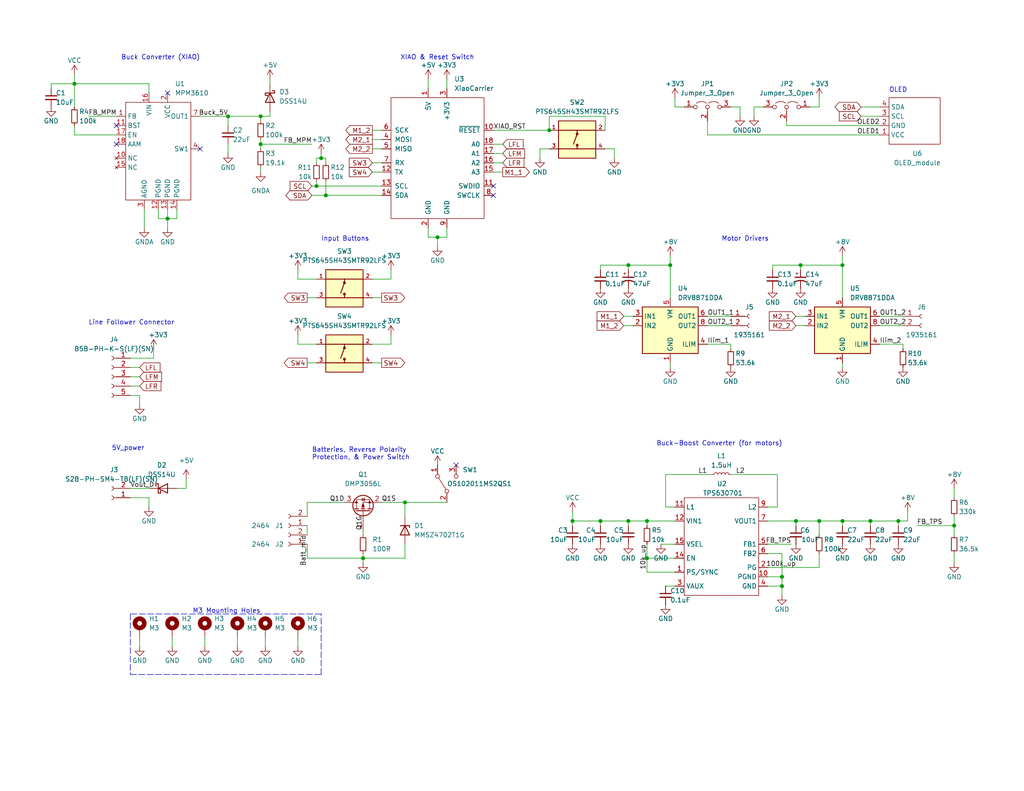
<source format=kicad_sch>
(kicad_sch (version 20211123) (generator eeschema)
  (paper "USLetter")
  (title_block (title "Destination Automation R4") (date "2023-03-21") (rev "03") (comment 1 "Madison Gleydura") (comment 2 "PROTOTYPE") (comment 3 "2023"))
  (lib_symbols
    (symbol "Connector:Conn_01x02_Female" (pin_names (offset 1.016) hide)
      (property "Reference" "J" (at 0 2.54 0))
      (property "Value" "Conn_01x02_Female" (at 0 -5.08 0))
      (symbol "Conn_01x02_Female_1_1"
        (pin passive line (at -5.08 0 0) (length 3.81) (name "Pin_1") (number "1"))
        (pin passive line (at -5.08 -2.54 0) (length 3.81) (name "Pin_2") (number "2"))
      )
    )
    (symbol "Connector:Conn_01x05_Female" (pin_names (offset 1.016) hide)
      (property "Reference" "J" (at 0 7.62 0))
      (property "Value" "Conn_01x05_Female" (at 0 -7.62 0))
      (symbol "Conn_01x05_Female_1_1"
        (pin passive line (at -5.08 5.08 0) (length 3.81) (name "Pin_1") (number "1"))
        (pin passive line (at -5.08 2.54 0) (length 3.81) (name "Pin_2") (number "2"))
        (pin passive line (at -5.08 0 0) (length 3.81) (name "Pin_3") (number "3"))
        (pin passive line (at -5.08 -2.54 0) (length 3.81) (name "Pin_4") (number "4"))
        (pin passive line (at -5.08 -5.08 0) (length 3.81) (name "Pin_5") (number "5"))
      )
    )
    (symbol "DS-connectors:OLED_module"
      (property "Reference" "U" (at 0 0 0))
      (property "Value" "OLED_module" (at 0 -1.27 0))
      (symbol "OLED_module_1_1"
        (pin power_in line (at -8.89 -13.97 0) (length 2.54) (name "VCC") (number "1"))
        (pin passive line (at -8.89 -11.43 0) (length 2.54) (name "GND") (number "2"))
        (pin input line (at -8.89 -8.89 0) (length 2.54) (name "SCL") (number "3"))
        (pin bidirectional line (at -8.89 -6.35 0) (length 2.54) (name "SDA") (number "4"))
      )
    )
    (symbol "DS-connectors:XiaoCarrier" (pin_names (offset 1.016))
      (property "Reference" "U" (at 0 0 0))
      (property "Value" "XiaoCarrier" (at 0 2.54 0))
      (symbol "XiaoCarrier_1_1"
        (pin power_in line (at -2.54 -8.89 270) (length 2.54) (name "5V") (number "1"))
        (pin input line (at 15.24 -20.32 180) (length 2.54) (name "~{RESET}") (number "10"))
        (pin bidirectional line (at 15.24 -35.56 180) (length 2.54) (name "SWDIO") (number "11"))
        (pin bidirectional line (at -15.24 -31.75 0) (length 2.54) (name "TX") (number "12"))
        (pin bidirectional line (at -15.24 -35.56 0) (length 2.54) (name "SCL") (number "13"))
        (pin bidirectional line (at -15.24 -38.1 0) (length 2.54) (name "SDA") (number "14"))
        (pin bidirectional line (at 15.24 -31.75 180) (length 2.54) (name "A3") (number "15"))
        (pin bidirectional line (at 15.24 -29.21 180) (length 2.54) (name "A2") (number "16"))
        (pin bidirectional line (at 15.24 -26.67 180) (length 2.54) (name "A1") (number "17"))
        (pin bidirectional line (at 15.24 -24.13 180) (length 2.54) (name "A0") (number "18"))
        (pin power_in line (at -2.54 -46.99 90) (length 2.54) (name "GND") (number "2"))
        (pin power_in line (at 2.54 -8.89 270) (length 2.54) (name "+3V3") (number "3"))
        (pin bidirectional line (at -15.24 -22.86 0) (length 2.54) (name "MOSI") (number "4"))
        (pin bidirectional line (at -15.24 -25.4 0) (length 2.54) (name "MISO") (number "5"))
        (pin bidirectional line (at -15.24 -20.32 0) (length 2.54) (name "SCK") (number "6"))
        (pin bidirectional line (at -15.24 -29.21 0) (length 2.54) (name "RX") (number "7"))
        (pin bidirectional line (at 15.24 -38.1 180) (length 2.54) (name "SWCLK") (number "8"))
        (pin power_in line (at 2.54 -46.99 90) (length 2.54) (name "GND") (number "9"))
      )
    )
    (symbol "DS-ics:MPM3610"
      (property "Reference" "U" (at 0 1.27 0))
      (property "Value" "MPM3610" (at 0 3.81 0))
      (symbol "MPM3610_1_1"
        (pin input line (at -11.43 -12.7 0) (length 2.54) (name "FB") (number "1"))
        (pin no_connect line (at -11.43 -24.13 0) (length 2.54) (name "NC") (number "10"))
        (pin input line (at -11.43 -15.24 0) (length 2.54) (name "BST") (number "11"))
        (pin passive line (at 0 -38.1 90) (length 2.54) (name "PGND") (number "12"))
        (pin passive line (at 2.54 -38.1 90) (length 2.54) (name "PGND") (number "13"))
        (pin passive line (at 5.08 -38.1 90) (length 2.54) (name "PGND") (number "14"))
        (pin no_connect line (at -11.43 -26.67 0) (length 2.54) (name "NC") (number "15"))
        (pin power_in line (at -2.54 -6.35 270) (length 2.54) (name "VIN") (number "16"))
        (pin input line (at -11.43 -17.78 0) (length 2.54) (name "EN") (number "17"))
        (pin input line (at -11.43 -20.32 0) (length 2.54) (name "AAM") (number "18"))
        (pin power_out line (at 2.54 -6.35 270) (length 2.54) (name "VCC") (number "2"))
        (pin passive line (at -3.81 -38.1 90) (length 2.54) (name "AGND") (number "3"))
        (pin output line (at 11.43 -21.59 180) (length 2.54) (name "SW1") (number "4"))
        (pin output line (at 11.43 -12.7 180) (length 2.54) (name "OUT1") (number "7"))
      )
    )
    (symbol "DS-power:PTS645SK50SMTR92LFS" (pin_names (offset 1.016))
      (property "Reference" "S" (at -4.5772 5.5944 0))
      (property "Value" "PTS645SK50SMTR92LFS" (at -5.0879 -7.3774 0))
      (symbol "PTS645SK50SMTR92LFS_0_0"
        (pin passive line (at -7.62 2.54 0) (length 2.54) (name "~") (number "1"))
        (pin passive line (at 7.62 2.54 180) (length 2.54) (name "~") (number "2"))
        (pin passive line (at -7.62 -2.54 0) (length 2.54) (name "~") (number "3"))
        (pin passive line (at 7.62 -2.54 180) (length 2.54) (name "~") (number "4"))
      )
    )
    (symbol "DS-power:TPS630701"
      (property "Reference" "U" (at 0 1.27 0))
      (property "Value" "TPS630701" (at 0 3.81 0))
      (symbol "TPS630701_1_1"
        (pin input line (at -12.7 -30.48 0) (length 2.54) (name "PS/SYNC") (number "1"))
        (pin passive line (at 12.7 -31.75 180) (length 2.54) (name "PGND") (number "10"))
        (pin input line (at -12.7 -12.7 0) (length 2.54) (name "L1") (number "11"))
        (pin power_in line (at -12.7 -16.51 0) (length 2.54) (name "VIN1") (number "12"))
        (pin input line (at -12.7 -26.67 0) (length 2.54) (name "EN") (number "14"))
        (pin input line (at -12.7 -22.86 0) (length 2.54) (name "VSEL") (number "15"))
        (pin output line (at 12.7 -29.21 180) (length 2.54) (name "PG") (number "2"))
        (pin input line (at -12.7 -34.29 0) (length 2.54) (name "VAUX") (number "3"))
        (pin passive line (at 12.7 -34.29 180) (length 2.54) (name "GND") (number "4"))
        (pin input line (at 12.7 -22.86 180) (length 2.54) (name "FB1") (number "5"))
        (pin input line (at 12.7 -25.4 180) (length 2.54) (name "FB2") (number "6"))
        (pin power_out line (at 12.7 -16.51 180) (length 2.54) (name "VOUT1") (number "7"))
        (pin input line (at 12.7 -12.7 180) (length 2.54) (name "L2") (number "9"))
      )
    )
    (symbol "Device:C_Polarized_Small_US" (pin_numbers hide) (pin_names (offset 0.254) hide)
      (property "Reference" "C" (at 0.254 1.778 0))
      (property "Value" "C_Polarized_Small_US" (at 0.254 -2.032 0))
      (symbol "C_Polarized_Small_US_1_1"
        (pin passive line (at 0 2.54 270) (length 2.032) (name "~") (number "1"))
        (pin passive line (at 0 -2.54 90) (length 2.032) (name "~") (number "2"))
      )
    )
    (symbol "Device:C_Small" (pin_numbers hide) (pin_names (offset 0.254) hide)
      (property "Reference" "C" (at 0.254 1.778 0))
      (property "Value" "C_Small" (at 0.254 -2.032 0))
      (symbol "C_Small_1_1"
        (pin passive line (at 0 2.54 270) (length 2.032) (name "~") (number "1"))
        (pin passive line (at 0 -2.54 90) (length 2.032) (name "~") (number "2"))
      )
    )
    (symbol "Device:D_Schottky" (pin_numbers hide) (pin_names (offset 1.016) hide)
      (property "Reference" "D" (at 0 2.54 0))
      (property "Value" "D_Schottky" (at 0 -2.54 0))
      (symbol "D_Schottky_1_1"
        (pin passive line (at -3.81 0 0) (length 2.54) (name "K") (number "1"))
        (pin passive line (at 3.81 0 180) (length 2.54) (name "A") (number "2"))
      )
    )
    (symbol "Device:D_Zener" (pin_numbers hide) (pin_names (offset 1.016) hide)
      (property "Reference" "D" (at 0 2.54 0))
      (property "Value" "D_Zener" (at 0 -2.54 0))
      (symbol "D_Zener_1_1"
        (pin passive line (at -3.81 0 0) (length 2.54) (name "K") (number "1"))
        (pin passive line (at 3.81 0 180) (length 2.54) (name "A") (number "2"))
      )
    )
    (symbol "Device:L_Small" (pin_numbers hide) (pin_names (offset 0.254) hide)
      (property "Reference" "L" (at 0.762 1.016 0))
      (property "Value" "L_Small" (at 0.762 -1.016 0))
      (symbol "L_Small_1_1"
        (pin passive line (at 0 2.54 270) (length 0.508) (name "~") (number "1"))
        (pin passive line (at 0 -2.54 90) (length 0.508) (name "~") (number "2"))
      )
    )
    (symbol "Device:Q_PMOS_GSD" (pin_names (offset 0) hide)
      (property "Reference" "Q" (at 5.08 1.27 0))
      (property "Value" "Q_PMOS_GSD" (at 5.08 -1.27 0))
      (symbol "Q_PMOS_GSD_1_1"
        (pin input line (at -5.08 0 0) (length 2.54) (name "G") (number "1"))
        (pin passive line (at 2.54 -5.08 90) (length 2.54) (name "S") (number "2"))
        (pin passive line (at 2.54 5.08 270) (length 2.54) (name "D") (number "3"))
      )
    )
    (symbol "Device:R_Small" (pin_numbers hide) (pin_names (offset 0.254) hide)
      (property "Reference" "R" (at 0.762 0.508 0))
      (property "Value" "R_Small" (at 0.762 -1.016 0))
      (symbol "R_Small_1_1"
        (pin passive line (at 0 2.54 270) (length 0.762) (name "~") (number "1"))
        (pin passive line (at 0 -2.54 90) (length 0.762) (name "~") (number "2"))
      )
    )
    (symbol "Driver_Motor:DRV8871DDA"
      (property "Reference" "U" (at -6.35 6.35 0))
      (property "Value" "DRV8871DDA" (at 8.89 6.35 0))
      (symbol "DRV8871DDA_1_1"
        (pin power_in line (at 0 -10.16 90) (length 2.54) (name "GND") (number "1"))
        (pin input line (at -10.16 0 0) (length 2.54) (name "IN2") (number "2"))
        (pin input line (at -10.16 2.54 0) (length 2.54) (name "IN1") (number "3"))
        (pin passive line (at 10.16 -5.08 180) (length 2.54) (name "ILIM") (number "4"))
        (pin power_in line (at 0 7.62 270) (length 2.54) (name "VM") (number "5"))
        (pin output line (at 10.16 2.54 180) (length 2.54) (name "OUT1") (number "6"))
        (pin passive line (at 0 -10.16 90) (length 2.54) hide (name "GND") (number "7"))
        (pin output line (at 10.16 0 180) (length 2.54) (name "OUT2") (number "8"))
        (pin passive line (at 0 -10.16 90) (length 2.54) hide (name "GND") (number "9"))
      )
    )
    (symbol "Jumper:Jumper_3_Open" (pin_names (offset 0) hide)
      (property "Reference" "JP" (at -2.54 -2.54 0))
      (property "Value" "Jumper_3_Open" (at 0 2.794 0))
      (symbol "Jumper_3_Open_1_1"
        (pin passive line (at -6.35 0 0) (length 2.54) (name "A") (number "1"))
        (pin passive line (at 0 -3.81 90) (length 2.54) (name "C") (number "2"))
        (pin passive line (at 6.35 0 180) (length 2.54) (name "B") (number "3"))
      )
    )
    (symbol "Jumper_3_Open_1" (pin_names (offset 0) hide)
      (property "Reference" "JP" (at -2.54 -2.54 0))
      (property "Value" "Jumper_3_Open_1" (at 0 2.794 0))
      (symbol "Jumper_3_Open_1_1_1"
        (pin passive line (at -6.35 0 0) (length 2.54) (name "A") (number "1"))
        (pin passive line (at 0 -3.81 90) (length 2.54) (name "C") (number "2"))
        (pin passive line (at 6.35 0 180) (length 2.54) (name "B") (number "3"))
      )
    )
    (symbol "Mechanical:MountingHole_Pad" (pin_numbers hide) (pin_names (offset 1.016) hide)
      (property "Reference" "H" (at 0 6.35 0))
      (property "Value" "MountingHole_Pad" (at 0 4.445 0))
      (symbol "MountingHole_Pad_1_1"
        (pin input line (at 0 -2.54 90) (length 2.54) (name "1") (number "1"))
      )
    )
    (symbol "Switch:SW_SPDT" (pin_names (offset 0) hide)
      (property "Reference" "SW" (at 0 4.318 0))
      (property "Value" "SW_SPDT" (at 0 -5.08 0))
      (symbol "SW_SPDT_1_1"
        (pin passive line (at 5.08 2.54 180) (length 2.54) (name "A") (number "1"))
        (pin passive line (at -5.08 0 0) (length 2.54) (name "B") (number "2"))
        (pin passive line (at 5.08 -2.54 180) (length 2.54) (name "C") (number "3"))
      )
    )
    (symbol "power:+3V3" (power) (pin_names (offset 0))
      (property "Value" "+3V3" (at 0 3.556 0))
      (symbol "+3V3_1_1"
        (pin power_in line (at 0 0 90) (length 0) hide (name "+3V3") (number "1"))
      )
    )
    (symbol "power:+5V" (power) (pin_names (offset 0))
      (property "Value" "+5V" (at 0 3.556 0))
      (symbol "+5V_1_1"
        (pin power_in line (at 0 0 90) (length 0) hide (name "+5V") (number "1"))
      )
    )
    (symbol "power:+8V" (power) (pin_names (offset 0))
      (property "Value" "+8V" (at 0 3.556 0))
      (symbol "+8V_1_1"
        (pin power_in line (at 0 0 90) (length 0) hide (name "+8V") (number "1"))
      )
    )
    (symbol "power:GND" (power) (pin_names (offset 0))
      (property "Value" "GND" (at 0 -3.81 0))
      (symbol "GND_1_1"
        (pin power_in line (at 0 0 270) (length 0) hide (name "GND") (number "1"))
      )
    )
    (symbol "power:GNDA" (power) (pin_names (offset 0))
      (property "Value" "GNDA" (at 0 -3.81 0))
      (symbol "GNDA_1_1"
        (pin power_in line (at 0 0 270) (length 0) hide (name "GNDA") (number "1"))
      )
    )
    (symbol "power:VCC" (power) (pin_names (offset 0))
      (property "Value" "VCC" (at 0 3.81 0))
      (symbol "VCC_1_1"
        (pin power_in line (at 0 0 90) (length 0) hide (name "VCC") (number "1"))
      )
    )
  )
  (junction (at 213.36 157.48))
  (junction (at 45.72 59.69))
  (junction (at 119.38 64.77))
  (junction (at 229.87 72.39))
  (junction (at 245.11 142.24))
  (junction (at 171.45 142.24))
  (junction (at 156.21 142.24))
  (junction (at 223.52 142.24))
  (junction (at 217.17 142.24))
  (junction (at 71.12 31.75))
  (junction (at 87.63 43.18))
  (junction (at 110.49 137.16))
  (junction (at 88.9 53.34))
  (junction (at 86.36 50.8))
  (junction (at 213.36 160.02))
  (junction (at 218.44 72.39))
  (junction (at 99.06 152.4))
  (junction (at 182.88 72.39))
  (junction (at 260.35 143.51))
  (junction (at 237.49 142.24))
  (junction (at 149.86 35.56))
  (junction (at 176.53 152.4))
  (junction (at 71.12 39.37))
  (junction (at 62.23 31.75))
  (junction (at 176.53 142.24))
  (junction (at 20.32 22.86))
  (junction (at 163.83 142.24))
  (junction (at 171.45 72.39))
  (junction (at 229.87 142.24))
  (no_connect (at 54.61 40.64))
  (no_connect (at 31.75 34.29))
  (no_connect (at 45.72 25.4))
  (no_connect (at 31.75 39.37))
  (no_connect (at 124.46 127))
  (no_connect (at 134.62 53.34))
  (no_connect (at 134.62 50.8))
  (wire (pts (xy 229.87 142.24) (xy 229.87 143.51)))
  (wire (pts (xy 88.9 43.18) (xy 87.63 43.18)))
  (wire (pts (xy 240.03 31.75) (xy 234.95 31.75)))
  (wire (pts (xy 88.9 44.45) (xy 88.9 43.18)))
  (wire (pts (xy 184.15 152.4) (xy 176.53 152.4)))
  (wire (pts (xy 104.14 38.1) (xy 101.6 38.1)))
  (wire (pts (xy 176.53 156.21) (xy 176.53 152.4)))
  (wire (pts (xy 156.21 139.7) (xy 156.21 142.24)))
  (wire (pts (xy 99.06 152.4) (xy 83.82 152.4)))
  (wire (pts (xy 167.64 43.18) (xy 167.64 40.64)))
  (wire (pts (xy 62.23 31.75) (xy 62.23 34.29)))
  (wire (pts (xy 212.09 129.54) (xy 212.09 138.43)))
  (wire (pts (xy 199.39 129.54) (xy 212.09 129.54)))
  (wire (pts (xy 223.52 142.24) (xy 229.87 142.24)))
  (wire (pts (xy 223.52 142.24) (xy 223.52 146.05)))
  (wire (pts (xy 40.64 22.86) (xy 40.64 25.4)))
  (wire (pts (xy 71.12 38.1) (xy 71.12 39.37)))
  (wire (pts (xy 260.35 133.35) (xy 260.35 135.89)))
  (wire (pts (xy 193.04 86.36) (xy 199.39 86.36)))
  (wire (pts (xy 172.72 88.9) (xy 170.18 88.9)))
  (wire (pts (xy 46.99 173.99) (xy 46.99 176.53)))
  (wire (pts (xy 205.74 31.75) (xy 205.74 29.21)))
  (wire (pts (xy 121.92 64.77) (xy 121.92 62.23)))
  (wire (pts (xy 163.83 142.24) (xy 163.83 143.51)))
  (wire (pts (xy 104.14 40.64) (xy 101.6 40.64)))
  (polyline (pts (xy 87.63 167.64) (xy 35.56 167.64)))
  (wire (pts (xy 229.87 142.24) (xy 237.49 142.24)))
  (wire (pts (xy 64.77 173.99) (xy 64.77 176.53)))
  (wire (pts (xy 240.03 34.29) (xy 214.63 34.29)))
  (polyline (pts (xy 35.56 167.64) (xy 35.56 184.15)))
  (wire (pts (xy 99.06 153.67) (xy 99.06 152.4)))
  (wire (pts (xy 110.49 137.16) (xy 121.92 137.16)))
  (wire (pts (xy 213.36 162.56) (xy 213.36 160.02)))
  (wire (pts (xy 184.15 138.43) (xy 181.61 138.43)))
  (polyline (pts (xy 35.56 184.15) (xy 87.63 184.15)))
  (wire (pts (xy 181.61 160.02) (xy 184.15 160.02)))
  (wire (pts (xy 81.28 173.99) (xy 81.28 176.53)))
  (wire (pts (xy 99.06 152.4) (xy 99.06 151.13)))
  (wire (pts (xy 104.14 137.16) (xy 110.49 137.16)))
  (wire (pts (xy 210.82 72.39) (xy 210.82 73.66)))
  (wire (pts (xy 81.28 73.66) (xy 81.28 76.2)))
  (wire (pts (xy 134.62 35.56) (xy 149.86 35.56)))
  (wire (pts (xy 237.49 142.24) (xy 245.11 142.24)))
  (wire (pts (xy 40.64 138.43) (xy 40.64 135.89)))
  (wire (pts (xy 50.8 130.81) (xy 50.8 133.35)))
  (wire (pts (xy 71.12 40.64) (xy 71.12 39.37)))
  (wire (pts (xy 229.87 72.39) (xy 229.87 81.28)))
  (wire (pts (xy 38.1 173.99) (xy 38.1 176.53)))
  (wire (pts (xy 54.61 31.75) (xy 62.23 31.75)))
  (wire (pts (xy 88.9 53.34) (xy 104.14 53.34)))
  (wire (pts (xy 50.8 133.35) (xy 48.26 133.35)))
  (wire (pts (xy 214.63 34.29) (xy 214.63 33.02)))
  (wire (pts (xy 246.38 93.98) (xy 246.38 95.25)))
  (wire (pts (xy 213.36 160.02) (xy 213.36 157.48)))
  (wire (pts (xy 212.09 138.43) (xy 209.55 138.43)))
  (wire (pts (xy 165.1 31.75) (xy 165.1 35.56)))
  (wire (pts (xy 88.9 49.53) (xy 88.9 53.34)))
  (wire (pts (xy 116.84 64.77) (xy 119.38 64.77)))
  (wire (pts (xy 209.55 154.94) (xy 223.52 154.94)))
  (wire (pts (xy 193.04 88.9) (xy 199.39 88.9)))
  (wire (pts (xy 171.45 142.24) (xy 171.45 143.51)))
  (wire (pts (xy 199.39 93.98) (xy 199.39 95.25)))
  (wire (pts (xy 81.28 76.2) (xy 86.36 76.2)))
  (wire (pts (xy 119.38 64.77) (xy 119.38 67.31)))
  (wire (pts (xy 71.12 31.75) (xy 62.23 31.75)))
  (wire (pts (xy 205.74 29.21) (xy 208.28 29.21)))
  (wire (pts (xy 209.55 157.48) (xy 213.36 157.48)))
  (wire (pts (xy 99.06 144.78) (xy 99.06 146.05)))
  (wire (pts (xy 201.93 29.21) (xy 199.39 29.21)))
  (wire (pts (xy 41.91 97.79) (xy 35.56 97.79)))
  (wire (pts (xy 35.56 102.87) (xy 38.1 102.87)))
  (wire (pts (xy 45.72 59.69) (xy 48.26 59.69)))
  (wire (pts (xy 121.92 21.59) (xy 121.92 24.13)))
  (wire (pts (xy 156.21 142.24) (xy 163.83 142.24)))
  (wire (pts (xy 55.88 173.99) (xy 55.88 176.53)))
  (wire (pts (xy 101.6 46.99) (xy 104.14 46.99)))
  (wire (pts (xy 147.32 43.18) (xy 147.32 40.64)))
  (wire (pts (xy 73.66 31.75) (xy 71.12 31.75)))
  (wire (pts (xy 156.21 142.24) (xy 156.21 143.51)))
  (wire (pts (xy 218.44 72.39) (xy 229.87 72.39)))
  (wire (pts (xy 40.64 135.89) (xy 35.56 135.89)))
  (wire (pts (xy 176.53 142.24) (xy 176.53 143.51)))
  (wire (pts (xy 13.97 22.86) (xy 20.32 22.86)))
  (wire (pts (xy 147.32 40.64) (xy 149.86 40.64)))
  (wire (pts (xy 101.6 44.45) (xy 104.14 44.45)))
  (wire (pts (xy 182.88 69.85) (xy 182.88 72.39)))
  (wire (pts (xy 35.56 107.95) (xy 38.1 107.95)))
  (wire (pts (xy 116.84 62.23) (xy 116.84 64.77)))
  (wire (pts (xy 193.04 93.98) (xy 199.39 93.98)))
  (wire (pts (xy 106.68 91.44) (xy 106.68 93.98)))
  (wire (pts (xy 71.12 45.72) (xy 71.12 46.99)))
  (wire (pts (xy 229.87 69.85) (xy 229.87 72.39)))
  (wire (pts (xy 209.55 160.02) (xy 213.36 160.02)))
  (wire (pts (xy 40.64 22.86) (xy 20.32 22.86)))
  (wire (pts (xy 134.62 39.37) (xy 137.16 39.37)))
  (wire (pts (xy 247.65 139.7) (xy 247.65 142.24)))
  (wire (pts (xy 40.64 133.35) (xy 35.56 133.35)))
  (wire (pts (xy 110.49 152.4) (xy 110.49 148.59)))
  (wire (pts (xy 260.35 146.05) (xy 260.35 143.51)))
  (wire (pts (xy 71.12 39.37) (xy 85.09 39.37)))
  (wire (pts (xy 234.95 29.21) (xy 240.03 29.21)))
  (wire (pts (xy 86.36 50.8) (xy 104.14 50.8)))
  (wire (pts (xy 167.64 40.64) (xy 165.1 40.64)))
  (wire (pts (xy 48.26 59.69) (xy 48.26 57.15)))
  (wire (pts (xy 24.13 31.75) (xy 31.75 31.75)))
  (wire (pts (xy 213.36 151.13) (xy 213.36 157.48)))
  (wire (pts (xy 85.09 53.34) (xy 88.9 53.34)))
  (wire (pts (xy 223.52 151.13) (xy 223.52 154.94)))
  (wire (pts (xy 72.39 173.99) (xy 72.39 176.53)))
  (wire (pts (xy 20.32 20.32) (xy 20.32 22.86)))
  (wire (pts (xy 101.6 93.98) (xy 106.68 93.98)))
  (wire (pts (xy 209.55 142.24) (xy 217.17 142.24)))
  (wire (pts (xy 217.17 142.24) (xy 217.17 143.51)))
  (wire (pts (xy 181.61 138.43) (xy 181.61 129.54)))
  (wire (pts (xy 182.88 100.33) (xy 182.88 99.06)))
  (wire (pts (xy 245.11 142.24) (xy 247.65 142.24)))
  (wire (pts (xy 35.56 105.41) (xy 38.1 105.41)))
  (wire (pts (xy 184.15 26.67) (xy 184.15 29.21)))
  (wire (pts (xy 31.75 36.83) (xy 20.32 36.83)))
  (wire (pts (xy 85.09 50.8) (xy 86.36 50.8)))
  (wire (pts (xy 149.86 35.56) (xy 149.86 31.75)))
  (wire (pts (xy 184.15 156.21) (xy 176.53 156.21)))
  (wire (pts (xy 176.53 152.4) (xy 176.53 148.59)))
  (wire (pts (xy 171.45 72.39) (xy 182.88 72.39)))
  (wire (pts (xy 106.68 73.66) (xy 106.68 76.2)))
  (wire (pts (xy 260.35 140.97) (xy 260.35 143.51)))
  (wire (pts (xy 250.19 143.51) (xy 260.35 143.51)))
  (wire (pts (xy 217.17 142.24) (xy 223.52 142.24)))
  (wire (pts (xy 83.82 146.05) (xy 83.82 143.51)))
  (wire (pts (xy 45.72 57.15) (xy 45.72 59.69)))
  (wire (pts (xy 99.06 152.4) (xy 110.49 152.4)))
  (wire (pts (xy 171.45 72.39) (xy 163.83 72.39)))
  (wire (pts (xy 219.71 88.9) (xy 217.17 88.9)))
  (polyline (pts (xy 87.63 184.15) (xy 87.63 167.64)))
  (wire (pts (xy 134.62 41.91) (xy 137.16 41.91)))
  (wire (pts (xy 110.49 140.97) (xy 110.49 137.16)))
  (wire (pts (xy 87.63 41.91) (xy 87.63 43.18)))
  (wire (pts (xy 45.72 59.69) (xy 45.72 62.23)))
  (wire (pts (xy 240.03 88.9) (xy 246.38 88.9)))
  (wire (pts (xy 116.84 21.59) (xy 116.84 24.13)))
  (wire (pts (xy 172.72 86.36) (xy 170.18 86.36)))
  (wire (pts (xy 134.62 46.99) (xy 137.16 46.99)))
  (wire (pts (xy 38.1 107.95) (xy 38.1 110.49)))
  (wire (pts (xy 101.6 99.06) (xy 104.14 99.06)))
  (wire (pts (xy 176.53 142.24) (xy 184.15 142.24)))
  (wire (pts (xy 223.52 29.21) (xy 220.98 29.21)))
  (wire (pts (xy 119.38 64.77) (xy 121.92 64.77)))
  (wire (pts (xy 223.52 26.67) (xy 223.52 29.21)))
  (wire (pts (xy 87.63 43.18) (xy 86.36 43.18)))
  (wire (pts (xy 20.32 22.86) (xy 20.32 29.21)))
  (wire (pts (xy 83.82 137.16) (xy 93.98 137.16)))
  (wire (pts (xy 180.34 148.59) (xy 184.15 148.59)))
  (wire (pts (xy 229.87 100.33) (xy 229.87 99.06)))
  (wire (pts (xy 149.86 31.75) (xy 165.1 31.75)))
  (wire (pts (xy 83.82 81.28) (xy 86.36 81.28)))
  (wire (pts (xy 219.71 86.36) (xy 217.17 86.36)))
  (wire (pts (xy 182.88 72.39) (xy 182.88 81.28)))
  (wire (pts (xy 218.44 72.39) (xy 210.82 72.39)))
  (wire (pts (xy 13.97 24.13) (xy 13.97 22.86)))
  (wire (pts (xy 86.36 49.53) (xy 86.36 50.8)))
  (wire (pts (xy 134.62 44.45) (xy 137.16 44.45)))
  (wire (pts (xy 260.35 151.13) (xy 260.35 153.67)))
  (wire (pts (xy 101.6 81.28) (xy 104.14 81.28)))
  (wire (pts (xy 193.04 33.02) (xy 193.04 36.83)))
  (wire (pts (xy 73.66 21.59) (xy 73.66 22.86)))
  (wire (pts (xy 163.83 142.24) (xy 171.45 142.24)))
  (wire (pts (xy 209.55 151.13) (xy 213.36 151.13)))
  (wire (pts (xy 171.45 142.24) (xy 176.53 142.24)))
  (wire (pts (xy 237.49 142.24) (xy 237.49 143.51)))
  (wire (pts (xy 209.55 148.59) (xy 215.9 148.59)))
  (wire (pts (xy 163.83 72.39) (xy 163.83 73.66)))
  (wire (pts (xy 101.6 76.2) (xy 106.68 76.2)))
  (wire (pts (xy 71.12 33.02) (xy 71.12 31.75)))
  (wire (pts (xy 181.61 129.54) (xy 194.31 129.54)))
  (wire (pts (xy 35.56 100.33) (xy 38.1 100.33)))
  (wire (pts (xy 20.32 36.83) (xy 20.32 34.29)))
  (wire (pts (xy 39.37 57.15) (xy 39.37 62.23)))
  (wire (pts (xy 240.03 86.36) (xy 246.38 86.36)))
  (wire (pts (xy 83.82 137.16) (xy 83.82 140.97)))
  (wire (pts (xy 104.14 35.56) (xy 101.6 35.56)))
  (wire (pts (xy 81.28 91.44) (xy 81.28 93.98)))
  (wire (pts (xy 43.18 57.15) (xy 43.18 59.69)))
  (wire (pts (xy 201.93 31.75) (xy 201.93 29.21)))
  (wire (pts (xy 73.66 30.48) (xy 73.66 31.75)))
  (wire (pts (xy 43.18 59.69) (xy 45.72 59.69)))
  (wire (pts (xy 171.45 72.39) (xy 171.45 73.66)))
  (wire (pts (xy 86.36 43.18) (xy 86.36 44.45)))
  (wire (pts (xy 62.23 39.37) (xy 62.23 41.91)))
  (wire (pts (xy 240.03 93.98) (xy 246.38 93.98)))
  (wire (pts (xy 83.82 99.06) (xy 86.36 99.06)))
  (wire (pts (xy 81.28 93.98) (xy 86.36 93.98)))
  (wire (pts (xy 218.44 72.39) (xy 218.44 73.66)))
  (wire (pts (xy 193.04 36.83) (xy 240.03 36.83)))
  (wire (pts (xy 245.11 142.24) (xy 245.11 143.51)))
  (wire (pts (xy 184.15 29.21) (xy 186.69 29.21)))
  (wire (pts (xy 41.91 95.25) (xy 41.91 97.79)))
  (wire (pts (xy 83.82 148.59) (xy 83.82 152.4)))
  (text "Buck-Boost Converter (for motors)" (at 179.07 121.92 0) (effects (font (size 1.27 1.27)) (justify left bottom)))
  (text "Input Buttons" (at 87.63 66.04 0) (effects (font (size 1.27 1.27)) (justify left bottom)))
  (text "XIAO & Reset Switch" (at 109.22 16.51 0) (effects (font (size 1.27 1.27)) (justify left bottom)))
  (text "Buck Converter (XIAO)" (at 33.02 16.51 0) (effects (font (size 1.27 1.27)) (justify left bottom)))
  (text "5V_power" (at 30.48 123.19 0) (effects (font (size 1.27 1.27)) (justify left bottom)))
  (text "M3 Mounting Holes" (at 71.12 167.64 180) (effects (font (size 1.27 1.27)) (justify right bottom)))
  (text "Line Follower Connector" (at 24.13 88.9 0) (effects (font (size 1.27 1.27)) (justify left bottom)))
  (text "OLED" (at 242.57 25.4 0) (effects (font (size 1.27 1.27)) (justify left bottom)))
  (text "Motor Drivers" (at 196.85 66.04 0) (effects (font (size 1.27 1.27)) (justify left bottom)))
  (text "Batteries, Reverse Polarity \nProtection, & Power Switch" (at 85.09 125.73 0) (effects (font (size 1.27 1.27)) (justify left bottom)))
  (label "Q1S" (at 104.14 137.16 0))
  (label "FB_MPM" (at 24.13 31.75 0))
  (label "FB_TPS" (at 215.9 148.59 180))
  (label "10k_up" (at 176.53 148.59 270))
  (label "Buck_5V" (at 62.23 31.75 180))
  (label "OUT2_1" (at 193.04 88.9 0))
  (label "OLED2" (at 240.03 34.29 180))
  (label "FB_MPM" (at 85.09 39.37 180))
  (label "Q1G" (at 99.06 144.78 90))
  (label "Vout_D" (at 35.56 133.35 0))
  (label "OLED1" (at 240.03 36.83 180))
  (label "OUT1_1" (at 193.04 86.36 0))
  (label "OUT1_2" (at 240.03 86.36 0))
  (label "XIAO_RST" (at 134.62 35.56 0))
  (label "Ilim_1" (at 193.04 93.98 0))
  (label "L1" (at 190.5 129.54 0))
  (label "Batt_mid" (at 83.82 146.05 270))
  (label "Ilim_2" (at 240.03 93.98 0))
  (label "OUT2_2" (at 240.03 88.9 0))
  (label "100k_up" (at 217.17 154.94 180))
  (label "Q1D" (at 93.98 137.16 180))
  (label "L2" (at 203.2 129.54 180))
  (label "FB_TPS" (at 250.19 143.51 0))
  (global_label "M1_1" (shape output) (at 137.16 46.99 0) (property "Intersheet References" "${INTERSHEET_REFS}" (effects hide)))
  (global_label "M1_2" (shape output) (at 101.6 35.56 180) (property "Intersheet References" "${INTERSHEET_REFS}" (effects hide)))
  (global_label "SW4" (shape output) (at 83.82 99.06 180) (property "Intersheet References" "${INTERSHEET_REFS}" (effects hide)))
  (global_label "SW4" (shape input) (at 101.6 46.99 180) (property "Intersheet References" "${INTERSHEET_REFS}" (effects hide)))
  (global_label "LFM" (shape input) (at 38.1 102.87 0) (property "Intersheet References" "${INTERSHEET_REFS}" (effects hide)))
  (global_label "SDA" (shape bidirectional) (at 85.09 53.34 180) (property "Intersheet References" "${INTERSHEET_REFS}" (effects hide)))
  (global_label "SW3" (shape output) (at 104.14 81.28 0) (property "Intersheet References" "${INTERSHEET_REFS}" (effects hide)))
  (global_label "M2_1" (shape input) (at 217.17 86.36 180) (property "Intersheet References" "${INTERSHEET_REFS}" (effects hide)))
  (global_label "SDA" (shape bidirectional) (at 234.95 29.21 180) (property "Intersheet References" "${INTERSHEET_REFS}" (effects hide)))
  (global_label "LFM" (shape input) (at 137.16 41.91 0) (property "Intersheet References" "${INTERSHEET_REFS}" (effects hide)))
  (global_label "M1_2" (shape input) (at 170.18 88.9 180) (property "Intersheet References" "${INTERSHEET_REFS}" (effects hide)))
  (global_label "M2_2" (shape input) (at 217.17 88.9 180) (property "Intersheet References" "${INTERSHEET_REFS}" (effects hide)))
  (global_label "LFL" (shape input) (at 38.1 100.33 0) (property "Intersheet References" "${INTERSHEET_REFS}" (effects hide)))
  (global_label "M2_1" (shape output) (at 101.6 38.1 180) (property "Intersheet References" "${INTERSHEET_REFS}" (effects hide)))
  (global_label "M2_2" (shape output) (at 101.6 40.64 180) (property "Intersheet References" "${INTERSHEET_REFS}" (effects hide)))
  (global_label "SW3" (shape input) (at 101.6 44.45 180) (property "Intersheet References" "${INTERSHEET_REFS}" (effects hide)))
  (global_label "SW4" (shape output) (at 104.14 99.06 0) (property "Intersheet References" "${INTERSHEET_REFS}" (effects hide)))
  (global_label "LFL" (shape input) (at 137.16 39.37 0) (property "Intersheet References" "${INTERSHEET_REFS}" (effects hide)))
  (global_label "LFR" (shape input) (at 38.1 105.41 0) (property "Intersheet References" "${INTERSHEET_REFS}" (effects hide)))
  (global_label "LFR" (shape input) (at 137.16 44.45 0) (property "Intersheet References" "${INTERSHEET_REFS}" (effects hide)))
  (global_label "SCL" (shape input) (at 85.09 50.8 180) (property "Intersheet References" "${INTERSHEET_REFS}" (effects hide)))
  (global_label "M1_1" (shape input) (at 170.18 86.36 180) (property "Intersheet References" "${INTERSHEET_REFS}" (effects hide)))
  (global_label "SW3" (shape output) (at 83.82 81.28 180) (property "Intersheet References" "${INTERSHEET_REFS}" (effects hide)))
  (global_label "SCL" (shape input) (at 234.95 31.75 180) (property "Intersheet References" "${INTERSHEET_REFS}" (effects hide)))
  (symbol (lib_id "power:GND") (at 182.88 100.33 0) (unit 1)
    (property "Reference" "#PWR0124" (effects hide))
    (property "Value" "GND" (at 182.88 104.14 0))
  )
  (symbol (lib_id "Device:R_Small") (at 176.53 146.05 0) (unit 1)
    (property "Reference" "R5" (at 177.8 144.78 0) (effects (justify left)))
    (property "Value" "10k" (at 177.8 147.32 0) (effects (justify left)))
    (property "Footprint" "Resistor_SMD:R_0603_1608Metric" (effects hide))
    (property "Datasheet" "https://www.vishay.com/docs/20035/dcrcwe3.pdf" (effects hide))
    (property "Manufacturer" "Vishay Dale" (effects hide))
    (property "mpn" "CRCW060310K0JNEB" (effects hide))
    (property "Datasheet alt" "https://s3.amazonaws.com/devpublic1/datasheets/Panasonic_TF_Resistors.pdf" (effects hide))
    (property "Manufacturer alt" "Panasonic" (effects hide))
    (property "mpn alt" "MF-RES-0603-10K" (effects hide))
    (property "populate" "1" (effects hide))
  )
  (symbol (lib_id "Mechanical:MountingHole_Pad") (at 38.1 171.45 0) (unit 1)
    (property "Reference" "H1" (at 40.64 168.9099 0) (effects (justify left)))
    (property "Value" "M3" (at 40.64 171.4499 0) (effects (justify left)))
    (property "Footprint" "MountingHole:MountingHole_3.2mm_M3_DIN965_Pad" (effects hide))
    (property "populate" "0" (effects hide))
  )
  (symbol (lib_id "DS-power:TPS630701") (at 196.85 125.73 0) (unit 1)
    (property "Reference" "U2" (at 195.58 132.08 0) (effects (justify left)))
    (property "Value" "TPS630701" (at 191.77 134.62 0) (effects (justify left)))
    (property "Footprint" "DS-power:RNM0015A" (effects hide))
    (property "Datasheet" "https://www.ti.com/general/docs/suppproductinfo.tsp?distId=10&gotoUrl=http%253A%252F%252Fwww.ti.com%252Flit%252Fgpn%252Ftps63070" (effects hide))
    (property "Manufacturer" "Texas Instruments" (effects hide))
    (property "mpn" "TPS63070RNMR" (effects hide))
    (property "populate" "1" (effects hide))
  )
  (symbol (lib_id "power:GND") (at 217.17 148.59 0) (unit 1)
    (property "Reference" "#PWR0123" (effects hide))
    (property "Value" "GND" (at 217.17 152.4 0))
  )
  (symbol (lib_id "power:GND") (at 245.11 148.59 0) (unit 1)
    (property "Reference" "#PWR0131" (effects hide))
    (property "Value" "GND" (at 245.11 152.4 0))
  )
  (symbol (lib_id "Device:R_Small") (at 86.36 46.99 0) (mirror y) (unit 1)
    (property "Reference" "R11" (at 85.09 45.72 0) (effects (justify left)))
    (property "Value" "10k" (at 85.09 48.26 0) (effects (justify left)))
    (property "Footprint" "Resistor_SMD:R_0603_1608Metric" (effects hide))
    (property "Datasheet" "https://www.vishay.com/docs/20035/dcrcwe3.pdf" (effects hide))
    (property "Manufacturer" "Vishay Dale" (effects hide))
    (property "mpn" "CRCW060310K0JNEB" (effects hide))
    (property "Datasheet alt" "https://s3.amazonaws.com/devpublic1/datasheets/Panasonic_TF_Resistors.pdf" (effects hide))
    (property "Manufacturer alt" "Panasonic" (effects hide))
    (property "mpn alt" "MF-RES-0603-10K" (effects hide))
    (property "populate" "1" (effects hide))
  )
  (symbol (lib_id "Device:D_Schottky") (at 73.66 26.67 270) (unit 1)
    (property "Reference" "D3" (at 76.2 25.0824 90) (effects (justify left)))
    (property "Value" "DSS14U" (at 76.2 27.6224 90) (effects (justify left)))
    (property "Footprint" "Diode_SMD:D_SOD-123F" (effects hide))
    (property "Datasheet" "https://www.smc-diodes.com/propdf/DSS12U%20THRU%20DSS125U%20N1873%20REV.A.pdf" (effects hide))
    (property "Manufacturer" "SMC Diode Solutions" (effects hide))
    (property "mpn" "DSS14U" (effects hide))
    (property "populate" "1" (effects hide))
  )
  (symbol (lib_id "power:GND") (at 210.82 78.74 0) (unit 1)
    (property "Reference" "#PWR0148" (effects hide))
    (property "Value" "GND" (at 210.82 82.55 0))
  )
  (symbol (lib_id "Device:C_Polarized_Small_US") (at 218.44 76.2 0) (unit 1)
    (property "Reference" "C14" (at 219.71 74.93 0) (effects (justify left)))
    (property "Value" "47uF" (at 219.71 77.47 0) (effects (justify left)))
    (property "Footprint" "Capacitor_SMD:CP_Elec_6.3x7.7" (effects hide))
    (property "Datasheet" "https://connect.kemet.com:7667/gateway/IntelliData-ComponentDocumentation/1.0/download/datasheet/EDK476M035A9GAA" (effects hide))
    (property "Manufacturer" "Kemet" (effects hide))
    (property "mpn" "EDK476M035A9GAA" (effects hide))
    (property "Datasheet alt" "https://s3.amazonaws.com/devpublic1/datasheets/ABA0000CE115-68351.pdf" (effects hide))
    (property "Manufacturer alt" "Panasonic" (effects hide))
    (property "mpn alt" "MF-CAP-6.3MM-47uF" (effects hide))
    (property "populate" "1" (effects hide))
  )
  (symbol (lib_id "DS-connectors:XiaoCarrier") (at 119.38 15.24 0) (unit 1)
    (property "Reference" "U3" (at 123.9394 21.59 0) (effects (justify left)))
    (property "Value" "XiaoCarrier" (at 123.9394 24.13 0) (effects (justify left)))
    (property "Footprint" "DS-connectors:XiaoCarrier" (effects hide))
    (property "Manufacturer" "Seeed Technology Co., Ltd" (effects hide))
    (property "mpn" "102010328" (effects hide))
    (property "populate" "0" (effects hide))
  )
  (symbol (lib_id "DS-power:PTS645SK50SMTR92LFS") (at 157.48 38.1 0) (unit 1)
    (property "Reference" "SW2" (at 157.48 27.94 0))
    (property "Value" "PTS645SH43SMTR92LFS" (at 157.48 30.48 0))
    (property "Footprint" "MF_Switches:MF_Switches-TACT6MM" (effects hide))
    (property "Datasheet" "https://www.ckswitches.com/media/1471/pts645.pdf" (effects hide))
    (property "Manufacturer" "C&K" (effects hide))
    (property "mpn" "PTS645SH43SMTR92LFS" (effects hide))
    (property "Datasheet alt" "https://s3.amazonaws.com/devpublic1/datasheets/PTS645_9sept14-24999.pdf" (effects hide))
    (property "Manufacturer alt" "C&K" (effects hide))
    (property "mpn alt" "MF-SW-TACT-6MM" (effects hide))
    (property "populate" "1" (effects hide))
  )
  (symbol (lib_id "DS-ics:MPM3610") (at 43.18 19.05 0) (unit 1)
    (property "Reference" "U1" (at 47.7394 22.86 0) (effects (justify left)))
    (property "Value" "MPM3610" (at 47.7394 25.4 0) (effects (justify left)))
    (property "Footprint" "DS-power:MPM3610" (effects hide))
    (property "Datasheet" "https://www.monolithicpower.com/en/documentview/productdocument/index/version/2/document_type/datasheet/lang/en/sku/MPM3610GQV-Z/document_id/2090" (effects hide))
    (property "Manufacturer" "Monolithic Power Systems Inc." (effects hide))
    (property "mpn" "MPM3610GQV-P" (effects hide))
    (property "populate" "1" (effects hide))
  )
  (symbol (lib_id "power:VCC") (at 156.21 139.7 0) (unit 1)
    (property "Reference" "#PWR0109" (effects hide))
    (property "Value" "VCC" (at 156.21 135.89 0))
  )
  (symbol (lib_id "power:GND") (at 180.34 148.59 0) (unit 1)
    (property "Reference" "#PWR0120" (effects hide))
    (property "Value" "GND" (at 180.34 152.4 0))
  )
  (symbol (lib_id "power:GND") (at 13.97 29.21 0) (unit 1)
    (property "Reference" "#PWR0143" (effects hide))
    (property "Value" "GND" (at 13.97 33.02 0))
  )
  (symbol (lib_id "power:GND") (at 205.74 31.75 0) (unit 1)
    (property "Reference" "#PWR0108" (effects hide))
    (property "Value" "GND" (at 205.74 35.56 0))
  )
  (symbol (lib_id "power:GND") (at 156.21 148.59 0) (unit 1)
    (property "Reference" "#PWR0138" (effects hide))
    (property "Value" "GND" (at 156.21 152.4 0))
  )
  (symbol (lib_id "Device:C_Small") (at 245.11 146.05 0) (unit 1)
    (property "Reference" "C9" (at 246.38 144.78 0) (effects (justify left)))
    (property "Value" "22uF" (at 246.38 147.32 0) (effects (justify left)))
    (property "Footprint" "Capacitor_SMD:C_0805_2012Metric" (effects hide))
    (property "Datasheet" "https://product.tdk.com/system/files/dam/doc/product/capacitor/ceramic/mlcc/catalog/mlcc_commercial_general_en.pdf" (effects hide))
    (property "Manufacturer" "TDK Corporation" (effects hide))
    (property "mpn" "C2012X5R1C226M125AC" (effects hide))
    (property "populate" "1" (effects hide))
  )
  (symbol (lib_id "power:+5V") (at 73.66 21.59 0) (unit 1)
    (property "Reference" "#PWR0114" (effects hide))
    (property "Value" "+5V" (at 73.66 17.78 0))
  )
  (symbol (lib_id "power:GND") (at 171.45 78.74 0) (unit 1)
    (property "Reference" "#PWR0150" (effects hide))
    (property "Value" "GND" (at 171.45 82.55 0))
  )
  (symbol (lib_id "Device:C_Small") (at 217.17 146.05 0) (unit 1)
    (property "Reference" "C6" (at 220.98 144.78 0) (effects (justify right)))
    (property "Value" "10uF" (at 223.52 147.32 0) (effects (justify right)))
    (property "Footprint" "Capacitor_SMD:C_0603_1608Metric" (effects hide))
    (property "Datasheet" "https://product.tdk.com/system/files/dam/doc/product/capacitor/ceramic/mlcc/catalog/mlcc_commercial_general_en.pdf" (effects hide))
    (property "Manufacturer" "TDK Corporation" (effects hide))
    (property "mpn" "C1608X5R1C106M080AB" (effects hide))
    (property "populate" "1" (effects hide))
  )
  (symbol (lib_id "Mechanical:MountingHole_Pad") (at 72.39 171.45 0) (unit 1)
    (property "Reference" "H5" (at 74.93 168.9099 0) (effects (justify left)))
    (property "Value" "M3" (at 74.93 171.4499 0) (effects (justify left)))
    (property "Footprint" "MountingHole:MountingHole_3.2mm_M3_DIN965_Pad" (effects hide))
    (property "populate" "0" (effects hide))
  )
  (symbol (lib_id "power:GND") (at 163.83 148.59 0) (unit 1)
    (property "Reference" "#PWR0139" (effects hide))
    (property "Value" "GND" (at 163.83 152.4 0))
  )
  (symbol (lib_id "power:GND") (at 163.83 78.74 0) (unit 1)
    (property "Reference" "#PWR0151" (effects hide))
    (property "Value" "GND" (at 163.83 82.55 0))
  )
  (symbol (lib_id "power:+3V3") (at 106.68 91.44 0) (unit 1)
    (property "Reference" "#PWR0142" (effects hide))
    (property "Value" "+3V3" (at 106.68 87.63 0))
  )
  (symbol (lib_id "power:GND") (at 229.87 148.59 0) (unit 1)
    (property "Reference" "#PWR0129" (effects hide))
    (property "Value" "GND" (at 229.87 152.4 0))
  )
  (symbol (lib_id "Switch:SW_SPDT") (at 121.92 132.08 90) (unit 1)
    (property "Reference" "SW1" (at 128.27 128.27 90))
    (property "Value" "OS102011MS2QS1" (at 130.81 132.08 90))
    (property "Footprint" "DS-connectors:SW_SPDT" (effects hide))
    (property "Datasheet" "https://www.ckswitches.com/media/1428/os.pdf" (effects hide))
    (property "Manufacturer" "C&K" (effects hide))
    (property "mpn" "OS102011MS2QS1" (effects hide))
    (property "populate" "0" (effects hide))
  )
  (symbol (lib_id "Device:C_Small") (at 181.61 162.56 0) (unit 1)
    (property "Reference" "C10" (at 182.88 161.29 0) (effects (justify left)))
    (property "Value" "0.1uF" (at 182.88 163.83 0) (effects (justify left)))
    (property "Footprint" "Capacitor_SMD:C_0603_1608Metric" (effects hide))
    (property "Datasheet" "https://product.tdk.com/system/files/dam/doc/product/capacitor/ceramic/mlcc/catalog/mlcc_automotive_general_en.pdf" (effects hide))
    (property "Manufacturer" "TDK Corporation" (effects hide))
    (property "mpn" "CGA3E2X7R1E104K080AA" (effects hide))
    (property "Datasheet alt" "https://s3.amazonaws.com/devpublic1/datasheets/GRM188R71E104KA01D.pdf" (effects hide))
    (property "Manufacturer alt" "Murata Manufacturing Co., Ltd." (effects hide))
    (property "mpn alt" " MF-CAP-0603-0.1uF" (effects hide))
    (property "populate" "1" (effects hide))
  )
  (symbol (lib_id "power:+8V") (at 182.88 69.85 0) (unit 1)
    (property "Reference" "#PWR0101" (effects hide))
    (property "Value" "+8V" (at 182.88 66.04 0))
  )
  (symbol (lib_id "power:GND") (at 55.88 176.53 0) (unit 1)
    (property "Reference" "#PWR0137" (effects hide))
    (property "Value" "GND" (at 55.88 180.34 0))
  )
  (symbol (lib_id "Driver_Motor:DRV8871DDA") (at 229.87 88.9 0) (unit 1)
    (property "Reference" "U5" (at 231.8894 78.74 0) (effects (justify left)))
    (property "Value" "DRV8871DDA" (at 231.8894 81.28 0) (effects (justify left)))
    (property "Footprint" "Package_SO:Texas_HTSOP-8-1EP_3.9x4.9mm_P1.27mm_EP2.95x4.9mm_Mask2.4x3.1mm_ThermalVias" (effects hide))
    (property "Datasheet" "http://www.ti.com/lit/ds/symlink/drv8871.pdf" (effects hide))
    (property "Manufacturer" "Texas Instruments" (effects hide))
    (property "mpn" "DRV8871DDA" (effects hide))
    (property "populate" "1" (effects hide))
  )
  (symbol (lib_id "Device:R_Small") (at 99.06 148.59 0) (unit 1)
    (property "Reference" "R1" (at 101.6 147.3199 0) (effects (justify left)))
    (property "Value" "100R" (at 101.6 149.8599 0) (effects (justify left)))
    (property "Footprint" "Resistor_SMD:R_0603_1608Metric" (effects hide))
    (property "Datasheet" "https://www.vishay.com/docs/20035/dcrcwe3.pdf" (effects hide))
    (property "Manufacturer" "Vishay Dale" (effects hide))
    (property "mpn" "CRCW0603100RFKEA" (effects hide))
    (property "Datasheet alt" "https://s3.amazonaws.com/devpublic1/datasheets/Panasonic_TF_Resistors.pdf" (effects hide))
    (property "Manufacturer alt" "Panasonic" (effects hide))
    (property "mpn alt" "MF-RES-0603-100" (effects hide))
    (property "populate" "1" (effects hide))
  )
  (symbol (lib_id "Device:R_Small") (at 260.35 138.43 0) (unit 1)
    (property "Reference" "R6" (at 261.62 137.16 0) (effects (justify left)))
    (property "Value" "330k" (at 261.62 139.7 0) (effects (justify left)))
    (property "Footprint" "Resistor_SMD:R_0603_1608Metric" (effects hide))
    (property "Datasheet" "https://www.vishay.com/docs/28773/crcwce3.pdf" (effects hide))
    (property "Manufacturer" "Vishay Dale" (effects hide))
    (property "mpn" "CRCW0603330KFKEAC" (effects hide))
    (property "populate" "1" (effects hide))
  )
  (symbol (lib_id "power:GND") (at 229.87 100.33 0) (unit 1)
    (property "Reference" "#PWR0126" (effects hide))
    (property "Value" "GND" (at 229.87 104.14 0))
  )
  (symbol (lib_id "power:+5V") (at 116.84 21.59 0) (unit 1)
    (property "Reference" "#PWR0115" (effects hide))
    (property "Value" "+5V" (at 116.84 17.78 0))
  )
  (symbol (lib_id "power:+8V") (at 260.35 133.35 0) (unit 1)
    (property "Reference" "#PWR0103" (effects hide))
    (property "Value" "+8V" (at 260.35 129.54 0))
  )
  (symbol (lib_id "power:GNDA") (at 71.12 46.99 0) (unit 1)
    (property "Reference" "#PWR0113" (effects hide))
    (property "Value" "GNDA" (at 71.12 52.07 0))
  )
  (symbol (lib_id "Connector:Conn_01x02_Female") (at 204.47 86.36 0) (unit 1)
    (property "Reference" "J5" (at 204.47 83.82 0))
    (property "Value" "1935161" (at 204.47 91.44 0))
    (property "Footprint" "Connector_Wire:SolderWire-1sqmm_1x02_P5.4mm_D1.4mm_OD2.7mm" (effects hide))
    (property "Datasheet" "https://media.digikey.com/pdf/Data%20Sheets/Phoenix%20Contact%20PDFs/1935161.pdf" (effects hide))
    (property "Manufacturer" "Phoenix Contact" (effects hide))
    (property "mpn" "1935161" (effects hide))
    (property "populate" "0" (effects hide))
  )
  (symbol (lib_id "power:GND") (at 181.61 165.1 0) (unit 1)
    (property "Reference" "#PWR0121" (effects hide))
    (property "Value" "GND" (at 181.61 168.91 0))
  )
  (symbol (lib_id "Device:C_Small") (at 156.21 146.05 0) (unit 1)
    (property "Reference" "C3" (at 154.94 144.78 0) (effects (justify right)))
    (property "Value" "10uF" (at 154.94 147.32 0) (effects (justify right)))
    (property "Footprint" "Capacitor_SMD:C_0805_2012Metric" (effects hide))
    (property "Datasheet" "https://product.tdk.com/system/files/dam/doc/product/capacitor/ceramic/mlcc/catalog/mlcc_commercial_general_en.pdf" (effects hide))
    (property "Manufacturer" "TDK Corporation" (effects hide))
    (property "mpn" "C2012X7R1A106K125AC" (effects hide))
    (property "populate" "1" (effects hide))
  )
  (symbol (lib_id "power:GND") (at 119.38 67.31 0) (unit 1)
    (property "Reference" "#PWR0146" (effects hide))
    (property "Value" "GND" (at 119.38 71.12 0))
  )
  (symbol (lib_id "Device:C_Small") (at 62.23 36.83 0) (unit 1)
    (property "Reference" "C2" (at 63.5 35.56 0) (effects (justify left)))
    (property "Value" "22uF" (at 63.5 38.1 0) (effects (justify left)))
    (property "Footprint" "Capacitor_SMD:C_0805_2012Metric" (effects hide))
    (property "Datasheet" "https://product.tdk.com/system/files/dam/doc/product/capacitor/ceramic/mlcc/catalog/mlcc_commercial_general_en.pdf" (effects hide))
    (property "Manufacturer" "TDK Corporation" (effects hide))
    (property "mpn" "C2012X5R1C226M125AC" (effects hide))
    (property "populate" "1" (effects hide))
  )
  (symbol (lib_id "Connector:Conn_01x02_Female") (at 30.48 135.89 180) (unit 1)
    (property "Reference" "J3" (at 31.115 128.27 0))
    (property "Value" "S2B-PH-SM4-TB(LF)(SN)" (at 30.48 130.81 0))
    (property "Footprint" "Connector_JST:JST_PH_S2B-PH-SM4-TB_1x02-1MP_P2.00mm_Horizontal" (effects hide))
    (property "Datasheet" "https://www.jst-mfg.com/product/pdf/eng/ePH.pdf" (effects hide))
    (property "Manufacturer" "JST Sales America Inc." (effects hide))
    (property "mpn" "S2B-PH-SM4-TB(LF)(SN)" (effects hide))
    (property "populate" "1" (effects hide))
  )
  (symbol (lib_id "Device:R_Small") (at 260.35 148.59 0) (unit 1)
    (property "Reference" "R7" (at 261.62 147.32 0) (effects (justify left)))
    (property "Value" "36.5k" (at 261.62 149.86 0) (effects (justify left)))
    (property "Footprint" "Resistor_SMD:R_0603_1608Metric" (effects hide))
    (property "Datasheet" "https://www.vishay.com/docs/20035/dcrcwe3.pdf" (effects hide))
    (property "Manufacturer" "Vishay Dale" (effects hide))
    (property "mpn" "CRCW060336K5FKEA" (effects hide))
    (property "populate" "1" (effects hide))
  )
  (symbol (lib_id "power:VCC") (at 20.32 20.32 0) (unit 1)
    (property "Reference" "#PWR0112" (effects hide))
    (property "Value" "VCC" (at 20.32 16.51 0))
  )
  (symbol (lib_id "Device:R_Small") (at 71.12 43.18 0) (unit 1)
    (property "Reference" "R3" (at 72.39 41.91 0) (effects (justify left)))
    (property "Value" "19.1k" (at 72.39 44.45 0) (effects (justify left)))
    (property "Footprint" "Resistor_SMD:R_0603_1608Metric" (effects hide))
    (property "Datasheet" "https://www.vishay.com/docs/20035/dcrcwe3.pdf" (effects hide))
    (property "Manufacturer" "Vishay Dale" (effects hide))
    (property "mpn" "CRCW060319K1FKEA" (effects hide))
    (property "populate" "1" (effects hide))
  )
  (symbol (lib_id "Device:C_Polarized_Small_US") (at 171.45 76.2 0) (unit 1)
    (property "Reference" "C12" (at 172.72 74.93 0) (effects (justify left)))
    (property "Value" "47uF" (at 172.72 77.47 0) (effects (justify left)))
    (property "Footprint" "Capacitor_SMD:CP_Elec_6.3x7.7" (effects hide))
    (property "Datasheet" "https://connect.kemet.com:7667/gateway/IntelliData-ComponentDocumentation/1.0/download/datasheet/EDK476M035A9GAA" (effects hide))
    (property "Manufacturer" "Kemet" (effects hide))
    (property "mpn" "EDK476M035A9GAA" (effects hide))
    (property "Datasheet alt" "https://s3.amazonaws.com/devpublic1/datasheets/ABA0000CE115-68351.pdf" (effects hide))
    (property "Manufacturer alt" "Panasonic" (effects hide))
    (property "mpn alt" "MF-CAP-6.3MM-47uF" (effects hide))
    (property "populate" "1" (effects hide))
  )
  (symbol (lib_id "Jumper:Jumper_3_Open") (at 193.04 29.21 0) (unit 1)
    (property "Reference" "JP1" (at 193.04 22.86 0))
    (property "Value" "Jumper_3_Open" (at 193.04 25.4 0))
    (property "Footprint" "Jumper:SolderJumper-3_P1.3mm_Open_RoundedPad1.0x1.5mm" (effects hide))
    (property "populate" "0" (effects hide))
  )
  (symbol (lib_id "Device:C_Small") (at 163.83 76.2 0) (unit 1)
    (property "Reference" "C11" (at 165.1 74.93 0) (effects (justify left)))
    (property "Value" "0.1uF" (at 165.1 77.47 0) (effects (justify left)))
    (property "Footprint" "Capacitor_SMD:C_0603_1608Metric" (effects hide))
    (property "Datasheet" "https://product.tdk.com/system/files/dam/doc/product/capacitor/ceramic/mlcc/catalog/mlcc_automotive_general_en.pdf" (effects hide))
    (property "Manufacturer" "TDK Corporation" (effects hide))
    (property "mpn" "CGA3E2X7R1E104K080AA" (effects hide))
    (property "Datasheet alt" "https://s3.amazonaws.com/devpublic1/datasheets/GRM188R71E104KA01D.pdf" (effects hide))
    (property "Manufacturer alt" "Murata Manufacturing Co., Ltd." (effects hide))
    (property "mpn alt" " MF-CAP-0603-0.1uF" (effects hide))
    (property "populate" "1" (effects hide))
  )
  (symbol (lib_id "Device:R_Small") (at 223.52 148.59 0) (unit 1)
    (property "Reference" "R8" (at 224.79 147.32 0) (effects (justify left)))
    (property "Value" "100k" (at 224.79 149.86 0) (effects (justify left)))
    (property "Footprint" "Resistor_SMD:R_0603_1608Metric" (effects hide))
    (property "Datasheet" "https://www.vishay.com/docs/20035/dcrcwe3.pdf" (effects hide))
    (property "Manufacturer" "Vishay Dale" (effects hide))
    (property "mpn" "CRCW0603100KJNEA" (effects hide))
    (property "Datasheet alt" "https://s3.amazonaws.com/devpublic1/datasheets/Panasonic_TF_Resistors.pdf" (effects hide))
    (property "Manufacturer alt" "Panasonic" (effects hide))
    (property "mpn alt" "MF-RES-0603-100K" (effects hide))
    (property "populate" "1" (effects hide))
  )
  (symbol (lib_id "Connector:Conn_01x02_Female") (at 78.74 143.51 180) (unit 1)
    (property "Reference" "J1" (at 77.47 143.5101 0) (effects (justify left)))
    (property "Value" "2464" (at 73.66 143.51 0) (effects (justify left)))
    (property "Footprint" "DS-power:2464BatteryPack" (effects hide))
    (property "Datasheet" "https://www.digikey.com/en/products/detail/dfrobot/FIT0619/10230092" (effects hide))
    (property "Manufacturer" "Keystone Electronics" (effects hide))
    (property "mpn" "2464" (effects hide))
    (property "populate" "0" (effects hide))
  )
  (symbol (lib_id "power:GND") (at 199.39 100.33 0) (unit 1)
    (property "Reference" "#PWR0125" (effects hide))
    (property "Value" "GND" (at 199.39 104.14 0))
  )
  (symbol (lib_id "power:GND") (at 171.45 148.59 0) (unit 1)
    (property "Reference" "#PWR0140" (effects hide))
    (property "Value" "GND" (at 171.45 152.4 0))
  )
  (symbol (lib_id "Device:R_Small") (at 71.12 35.56 0) (unit 1)
    (property "Reference" "R2" (at 72.39 34.29 0) (effects (justify left)))
    (property "Value" "100k" (at 72.39 36.83 0) (effects (justify left)))
    (property "Footprint" "Resistor_SMD:R_0603_1608Metric" (effects hide))
    (property "Datasheet" "https://www.vishay.com/docs/20035/dcrcwe3.pdf" (effects hide))
    (property "Manufacturer" "Vishay Dale" (effects hide))
    (property "mpn" "CRCW0603100KJNEA" (effects hide))
    (property "Datasheet alt" "https://s3.amazonaws.com/devpublic1/datasheets/Panasonic_TF_Resistors.pdf" (effects hide))
    (property "Manufacturer alt" "Panasonic" (effects hide))
    (property "mpn alt" "MF-RES-0603-100K" (effects hide))
    (property "populate" "1" (effects hide))
  )
  (symbol (lib_id "power:+8V") (at 247.65 139.7 0) (unit 1)
    (property "Reference" "#PWR0102" (effects hide))
    (property "Value" "+8V" (at 247.65 135.89 0))
  )
  (symbol (lib_id "Connector:Conn_01x05_Female") (at 30.48 102.87 0) (mirror y) (unit 1)
    (property "Reference" "J4" (at 31.115 92.71 0))
    (property "Value" "B5B-PH-K-S(LF)(SN)" (at 31.115 95.25 0))
    (property "Footprint" "Connector_JST:JST_PH_B5B-PH-K_1x05_P2.00mm_Vertical" (effects hide))
    (property "Datasheet" "https://www.jst-mfg.com/product/pdf/eng/ePH.pdf" (effects hide))
    (property "Manufacturer" "JST Sales America Inc." (effects hide))
    (property "mpn" "B5B-PH-K-S(LF)(SN)" (effects hide))
    (property "populate" "0" (effects hide))
  )
  (symbol (lib_id "power:+3V3") (at 106.68 73.66 0) (unit 1)
    (property "Reference" "#PWR0141" (effects hide))
    (property "Value" "+3V3" (at 106.68 69.85 0))
  )
  (symbol (lib_id "power:VCC") (at 119.38 127 0) (unit 1)
    (property "Reference" "#PWR0117" (effects hide))
    (property "Value" "VCC" (at 119.38 123.19 0))
  )
  (symbol (lib_id "Device:L_Small") (at 196.85 129.54 90) (unit 1)
    (property "Reference" "L1" (at 196.85 124.46 90))
    (property "Value" "1.5uH" (at 196.85 127 90))
    (property "Footprint" "DS-ics:DRA74" (effects hide))
    (property "Datasheet" "https://www.eaton.com/content/dam/eaton/products/electronic-components/resources/data-sheet/eaton-dr-high-power-density-high-efficiency-shielded-drum-core-power-inductors-data-sheet.pdf" (effects hide))
    (property "Manufacturer" "Eaton - Electronics Division" (effects hide))
    (property "mpn" "DR74-1R5-R" (effects hide))
    (property "populate" "1" (effects hide))
  )
  (symbol (lib_id "power:GND") (at 218.44 78.74 0) (unit 1)
    (property "Reference" "#PWR0149" (effects hide))
    (property "Value" "GND" (at 218.44 82.55 0))
  )
  (symbol (lib_id "Connector:Conn_01x02_Female") (at 78.74 148.59 180) (unit 1)
    (property "Reference" "J2" (at 77.47 148.5901 0) (effects (justify left)))
    (property "Value" "2464" (at 73.66 148.59 0) (effects (justify left)))
    (property "Footprint" "DS-power:2464BatteryPack" (effects hide))
    (property "Datasheet" "https://www.digikey.com/en/products/detail/dfrobot/FIT0619/10230092" (effects hide))
    (property "Manufacturer" "Keystone Electronics" (effects hide))
    (property "mpn" "2464" (effects hide))
    (property "populate" "0" (effects hide))
  )
  (symbol (lib_id "power:+3V3") (at 81.28 73.66 0) (mirror y) (unit 1)
    (property "Reference" "#PWR0154" (effects hide))
    (property "Value" "+3V3" (at 81.28 69.85 0))
  )
  (symbol (lib_id "power:GND") (at 38.1 110.49 0) (unit 1)
    (property "Reference" "#PWR0135" (effects hide))
    (property "Value" "GND" (at 38.1 114.3 0))
  )
  (symbol (lib_id "Device:C_Small") (at 229.87 146.05 0) (unit 1)
    (property "Reference" "C7" (at 231.14 144.78 0) (effects (justify left)))
    (property "Value" "22uF" (at 231.14 147.32 0) (effects (justify left)))
    (property "Footprint" "Capacitor_SMD:C_0805_2012Metric" (effects hide))
    (property "Datasheet" "https://product.tdk.com/system/files/dam/doc/product/capacitor/ceramic/mlcc/catalog/mlcc_commercial_general_en.pdf" (effects hide))
    (property "Manufacturer" "TDK Corporation" (effects hide))
    (property "mpn" "C2012X5R1C226M125AC" (effects hide))
    (property "populate" "1" (effects hide))
  )
  (symbol (lib_id "power:GND") (at 99.06 153.67 0) (unit 1)
    (property "Reference" "#PWR0132" (effects hide))
    (property "Value" "GND" (at 99.06 157.48 0))
  )
  (symbol (lib_id "power:GND") (at 45.72 62.23 0) (unit 1)
    (property "Reference" "#PWR0147" (effects hide))
    (property "Value" "GND" (at 45.72 66.04 0))
  )
  (symbol (lib_id "Device:C_Small") (at 237.49 146.05 0) (unit 1)
    (property "Reference" "C8" (at 238.76 144.78 0) (effects (justify left)))
    (property "Value" "22uF" (at 238.76 147.32 0) (effects (justify left)))
    (property "Footprint" "Capacitor_SMD:C_0805_2012Metric" (effects hide))
    (property "Datasheet" "https://product.tdk.com/system/files/dam/doc/product/capacitor/ceramic/mlcc/catalog/mlcc_commercial_general_en.pdf" (effects hide))
    (property "Manufacturer" "TDK Corporation" (effects hide))
    (property "mpn" "C2012X5R1C226M125AC" (effects hide))
    (property "populate" "1" (effects hide))
  )
  (symbol (lib_id "Mechanical:MountingHole_Pad") (at 81.28 171.45 0) (unit 1)
    (property "Reference" "H6" (at 83.82 168.9099 0) (effects (justify left)))
    (property "Value" "M3" (at 83.82 171.4499 0) (effects (justify left)))
    (property "Footprint" "MountingHole:MountingHole_3.2mm_M3_DIN965_Pad" (effects hide))
    (property "populate" "0" (effects hide))
  )
  (symbol (lib_id "power:GND") (at 62.23 41.91 0) (unit 1)
    (property "Reference" "#PWR0144" (effects hide))
    (property "Value" "GND" (at 62.23 45.72 0))
  )
  (symbol (lib_id "Device:D_Schottky") (at 44.45 133.35 0) (unit 1)
    (property "Reference" "D2" (at 44.1325 127 0))
    (property "Value" "DSS14U" (at 44.1325 129.54 0))
    (property "Footprint" "Diode_SMD:D_SOD-123F" (effects hide))
    (property "Datasheet" "https://www.smc-diodes.com/propdf/DSS12U%20THRU%20DSS125U%20N1873%20REV.A.pdf" (effects hide))
    (property "Manufacturer" "SMC Diode Solutions" (effects hide))
    (property "mpn" "DSS14U" (effects hide))
    (property "populate" "1" (effects hide))
  )
  (symbol (lib_id "Device:C_Small") (at 163.83 146.05 0) (unit 1)
    (property "Reference" "C4" (at 162.56 144.78 0) (effects (justify right)))
    (property "Value" "10uF" (at 162.56 147.32 0) (effects (justify right)))
    (property "Footprint" "Capacitor_SMD:C_0805_2012Metric" (effects hide))
    (property "Datasheet" "https://product.tdk.com/system/files/dam/doc/product/capacitor/ceramic/mlcc/catalog/mlcc_commercial_general_en.pdf" (effects hide))
    (property "Manufacturer" "TDK Corporation" (effects hide))
    (property "mpn" "C2012X7R1A106K125AC" (effects hide))
    (property "populate" "1" (effects hide))
  )
  (symbol (lib_id "Device:C_Small") (at 13.97 26.67 0) (unit 1)
    (property "Reference" "C1" (at 15.24 25.4 0) (effects (justify left)))
    (property "Value" "10uF" (at 15.24 27.94 0) (effects (justify left)))
    (property "Footprint" "Capacitor_SMD:C_0805_2012Metric" (effects hide))
    (property "Datasheet" "https://product.tdk.com/system/files/dam/doc/product/capacitor/ceramic/mlcc/catalog/mlcc_commercial_general_en.pdf" (effects hide))
    (property "Manufacturer" "TDK Corporation" (effects hide))
    (property "mpn" "C2012X7R1A106K125AC" (effects hide))
    (property "populate" "1" (effects hide))
  )
  (symbol (lib_id "Connector:Conn_01x02_Female") (at 251.46 86.36 0) (unit 1)
    (property "Reference" "J6" (at 251.46 83.82 0))
    (property "Value" "1935161" (at 251.46 91.44 0))
    (property "Footprint" "Connector_Wire:SolderWire-1sqmm_1x02_P5.4mm_D1.4mm_OD2.7mm" (effects hide))
    (property "Datasheet" "https://media.digikey.com/pdf/Data%20Sheets/Phoenix%20Contact%20PDFs/1935161.pdf" (effects hide))
    (property "Manufacturer" "Phoenix Contact" (effects hide))
    (property "mpn" "1935161" (effects hide))
    (property "populate" "0" (effects hide))
  )
  (symbol (lib_id "power:+3V3") (at 81.28 91.44 0) (mirror y) (unit 1)
    (property "Reference" "#PWR0155" (effects hide))
    (property "Value" "+3V3" (at 81.28 87.63 0))
  )
  (symbol (lib_id "Device:D_Zener") (at 110.49 144.78 270) (unit 1)
    (property "Reference" "D1" (at 113.03 143.5099 90) (effects (justify left)))
    (property "Value" "MMSZ4702T1G" (at 113.03 146.0499 90) (effects (justify left)))
    (property "Footprint" "Diode_SMD:D_SOD-123" (effects hide))
    (property "Datasheet" "https://www.onsemi.com/pdf/datasheet/mmsz4678t1-d.pdf" (effects hide))
    (property "Manufacturer" "Onsemi" (effects hide))
    (property "mpn" "MMSZ4702T1G" (effects hide))
    (property "populate" "1" (effects hide))
  )
  (symbol (lib_id "power:GND") (at 81.28 176.53 0) (unit 1)
    (property "Reference" "#PWR0153" (effects hide))
    (property "Value" "GND" (at 81.28 180.34 0))
  )
  (symbol (lib_id "DS-power:PTS645SK50SMTR92LFS") (at 93.98 96.52 0) (unit 1)
    (property "Reference" "SW4" (at 93.98 86.36 0))
    (property "Value" "PTS645SH43SMTR92LFS" (at 93.98 88.9 0))
    (property "Footprint" "MF_Switches:MF_Switches-TACT6MM" (effects hide))
    (property "Datasheet" "https://www.ckswitches.com/media/1471/pts645.pdf" (effects hide))
    (property "Manufacturer" "C&K" (effects hide))
    (property "mpn" "PTS645SH43SMTR92LFS" (effects hide))
    (property "Datasheet alt" "https://s3.amazonaws.com/devpublic1/datasheets/PTS645_9sept14-24999.pdf" (effects hide))
    (property "Manufacturer alt" "C&K" (effects hide))
    (property "mpn alt" "MF-SW-TACT-6MM" (effects hide))
    (property "populate" "1" (effects hide))
  )
  (symbol (lib_id "power:GND") (at 46.99 176.53 0) (unit 1)
    (property "Reference" "#PWR0136" (effects hide))
    (property "Value" "GND" (at 46.99 180.34 0))
  )
  (symbol (lib_id "Device:R_Small") (at 88.9 46.99 0) (unit 1)
    (property "Reference" "R12" (at 90.17 45.72 0) (effects (justify left)))
    (property "Value" "10k" (at 90.17 48.26 0) (effects (justify left)))
    (property "Footprint" "Resistor_SMD:R_0603_1608Metric" (effects hide))
    (property "Datasheet" "https://www.vishay.com/docs/20035/dcrcwe3.pdf" (effects hide))
    (property "Manufacturer" "Vishay Dale" (effects hide))
    (property "mpn" "CRCW060310K0JNEB" (effects hide))
    (property "Datasheet alt" "https://s3.amazonaws.com/devpublic1/datasheets/Panasonic_TF_Resistors.pdf" (effects hide))
    (property "Manufacturer alt" "Panasonic" (effects hide))
    (property "mpn alt" "MF-RES-0603-10K" (effects hide))
    (property "populate" "1" (effects hide))
  )
  (symbol (lib_id "power:+3V3") (at 87.63 41.91 0) (unit 1)
    (property "Reference" "#PWR0157" (effects hide))
    (property "Value" "+3V3" (at 87.63 38.1 0))
  )
  (symbol (lib_id "power:GND") (at 40.64 138.43 0) (unit 1)
    (property "Reference" "#PWR0111" (effects hide))
    (property "Value" "GND" (at 40.64 142.24 0))
  )
  (symbol (lib_id "Device:C_Small") (at 210.82 76.2 0) (unit 1)
    (property "Reference" "C13" (at 212.09 74.93 0) (effects (justify left)))
    (property "Value" "0.1uF" (at 212.09 77.47 0) (effects (justify left)))
    (property "Footprint" "Capacitor_SMD:C_0603_1608Metric" (effects hide))
    (property "Datasheet" "https://product.tdk.com/system/files/dam/doc/product/capacitor/ceramic/mlcc/catalog/mlcc_automotive_general_en.pdf" (effects hide))
    (property "Manufacturer" "TDK Corporation" (effects hide))
    (property "mpn" "CGA3E2X7R1E104K080AA" (effects hide))
    (property "Datasheet alt" "https://s3.amazonaws.com/devpublic1/datasheets/GRM188R71E104KA01D.pdf" (effects hide))
    (property "Manufacturer alt" "Murata Manufacturing Co., Ltd." (effects hide))
    (property "mpn alt" " MF-CAP-0603-0.1uF" (effects hide))
    (property "populate" "1" (effects hide))
  )
  (symbol (lib_id "power:GND") (at 237.49 148.59 0) (unit 1)
    (property "Reference" "#PWR0128" (effects hide))
    (property "Value" "GND" (at 237.49 152.4 0))
  )
  (symbol (lib_id "power:GND") (at 213.36 162.56 0) (unit 1)
    (property "Reference" "#PWR0122" (effects hide))
    (property "Value" "GND" (at 213.36 166.37 0))
  )
  (symbol (lib_id "power:+5V") (at 50.8 130.81 0) (unit 1)
    (property "Reference" "#PWR0110" (effects hide))
    (property "Value" "+5V" (at 50.8 125.73 0))
  )
  (symbol (lib_id "power:GNDA") (at 39.37 62.23 0) (unit 1)
    (property "Reference" "#PWR0118" (effects hide))
    (property "Value" "GNDA" (at 39.37 66.04 0))
  )
  (symbol (lib_id "DS-power:PTS645SK50SMTR92LFS") (at 93.98 78.74 0) (unit 1)
    (property "Reference" "SW3" (at 93.98 68.58 0))
    (property "Value" "PTS645SH43SMTR92LFS" (at 93.98 71.12 0))
    (property "Footprint" "MF_Switches:MF_Switches-TACT6MM" (effects hide))
    (property "Datasheet" "https://www.ckswitches.com/media/1471/pts645.pdf" (effects hide))
    (property "Manufacturer" "C&K" (effects hide))
    (property "mpn" "PTS645SH43SMTR92LFS" (effects hide))
    (property "Datasheet alt" "https://s3.amazonaws.com/devpublic1/datasheets/PTS645_9sept14-24999.pdf" (effects hide))
    (property "Manufacturer alt" "C&K" (effects hide))
    (property "mpn alt" "MF-SW-TACT-6MM" (effects hide))
    (property "populate" "1" (effects hide))
  )
  (symbol (lib_id "Mechanical:MountingHole_Pad") (at 64.77 171.45 0) (unit 1)
    (property "Reference" "H4" (at 67.31 168.9099 0) (effects (justify left)))
    (property "Value" "M3" (at 67.31 171.4499 0) (effects (justify left)))
    (property "Footprint" "MountingHole:MountingHole_3.2mm_M3_DIN965_Pad" (effects hide))
    (property "populate" "0" (effects hide))
  )
  (symbol (lib_id "DS-connectors:OLED_module") (at 248.92 22.86 0) (unit 1)
    (property "Reference" "U6" (at 248.92 41.91 0) (effects (justify left)))
    (property "Value" "OLED_module" (at 243.84 44.45 0) (effects (justify left)))
    (property "Footprint" "DS-connectors:OLED_module" (effects hide))
    (property "Manufacturer" "-" (effects hide))
    (property "mpn" "-" (effects hide))
    (property "populate" "0" (effects hide))
  )
  (symbol (lib_id "power:+3V3") (at 184.15 26.67 0) (unit 1)
    (property "Reference" "#PWR0105" (effects hide))
    (property "Value" "+3V3" (at 184.15 22.86 0))
  )
  (symbol (lib_id "power:+3V3") (at 121.92 21.59 0) (unit 1)
    (property "Reference" "#PWR0116" (effects hide))
    (property "Value" "+3V3" (at 121.92 17.78 0))
  )
  (symbol (lib_id "Device:R_Small") (at 199.39 97.79 0) (unit 1)
    (property "Reference" "R9" (at 200.66 96.52 0) (effects (justify left)))
    (property "Value" "53.6k" (at 200.66 99.06 0) (effects (justify left)))
    (property "Footprint" "Resistor_SMD:R_0603_1608Metric" (effects hide))
    (property "Datasheet" "https://www.vishay.com/docs/28773/crcwce3.pdf" (effects hide))
    (property "Manufacturer" "Vishay Dale" (effects hide))
    (property "mpn" "CRCW060353K6FKEAC" (effects hide))
    (property "populate" "1" (effects hide))
  )
  (symbol (lib_id "power:+3V3") (at 223.52 26.67 0) (unit 1)
    (property "Reference" "#PWR0107" (effects hide))
    (property "Value" "+3V3" (at 223.52 22.86 0))
  )
  (symbol (lib_id "power:GND") (at 167.64 43.18 0) (unit 1)
    (property "Reference" "#PWR0145" (effects hide))
    (property "Value" "GND" (at 167.64 46.99 0))
  )
  (symbol (lib_id "Mechanical:MountingHole_Pad") (at 55.88 171.45 0) (unit 1)
    (property "Reference" "H3" (at 58.42 168.9099 0) (effects (justify left)))
    (property "Value" "M3" (at 58.42 171.4499 0) (effects (justify left)))
    (property "Footprint" "MountingHole:MountingHole_3.2mm_M3_DIN965_Pad" (effects hide))
    (property "populate" "0" (effects hide))
  )
  (symbol (lib_id "power:+3V3") (at 41.91 95.25 0) (unit 1)
    (property "Reference" "#PWR0119" (effects hide))
    (property "Value" "+3V3" (at 43.18 91.44 0))
  )
  (symbol (lib_id "Device:R_Small") (at 20.32 31.75 0) (unit 1)
    (property "Reference" "R4" (at 21.59 30.48 0) (effects (justify left)))
    (property "Value" "100k" (at 21.59 33.02 0) (effects (justify left)))
    (property "Footprint" "Resistor_SMD:R_0603_1608Metric" (effects hide))
    (property "Datasheet" "https://www.vishay.com/docs/20035/dcrcwe3.pdf" (effects hide))
    (property "Manufacturer" "Vishay Dale" (effects hide))
    (property "mpn" "CRCW0603100KJNEA" (effects hide))
    (property "Datasheet alt" "https://s3.amazonaws.com/devpublic1/datasheets/Panasonic_TF_Resistors.pdf" (effects hide))
    (property "Manufacturer alt" "Panasonic" (effects hide))
    (property "mpn alt" "MF-RES-0603-100K" (effects hide))
    (property "populate" "1" (effects hide))
  )
  (symbol (lib_id "Driver_Motor:DRV8871DDA") (at 182.88 88.9 0) (unit 1)
    (property "Reference" "U4" (at 184.8994 78.74 0) (effects (justify left)))
    (property "Value" "DRV8871DDA" (at 184.8994 81.28 0) (effects (justify left)))
    (property "Footprint" "Package_SO:Texas_HTSOP-8-1EP_3.9x4.9mm_P1.27mm_EP2.95x4.9mm_Mask2.4x3.1mm_ThermalVias" (effects hide))
    (property "Datasheet" "http://www.ti.com/lit/ds/symlink/drv8871.pdf" (effects hide))
    (property "Manufacturer" "Texas Instruments" (effects hide))
    (property "mpn" "DRV8871DDAR" (effects hide))
    (property "populate" "1" (effects hide))
  )
  (symbol (lib_id "Device:R_Small") (at 246.38 97.79 0) (unit 1)
    (property "Reference" "R10" (at 247.65 96.52 0) (effects (justify left)))
    (property "Value" "53.6k" (at 247.65 99.06 0) (effects (justify left)))
    (property "Footprint" "Resistor_SMD:R_0603_1608Metric" (effects hide))
    (property "Datasheet" "https://www.vishay.com/docs/28773/crcwce3.pdf" (effects hide))
    (property "Manufacturer" "Vishay Dale" (effects hide))
    (property "mpn" "CRCW060353K6FKEAC" (effects hide))
    (property "populate" "1" (effects hide))
  )
  (symbol (lib_id "Device:Q_PMOS_GSD") (at 99.06 139.7 90) (unit 1)
    (property "Reference" "Q1" (at 99.06 129.54 90))
    (property "Value" "DMP3056L" (at 99.06 132.08 90))
    (property "Footprint" "Package_TO_SOT_SMD:SOT-23" (effects hide))
    (property "Datasheet" "https://www.diodes.com/assets/Datasheets/DMP3056L.pdf" (effects hide))
    (property "Manufacturer" "Diodes Incorporated" (effects hide))
    (property "mpn" "DMP3056L-7" (effects hide))
    (property "populate" "1" (effects hide))
  )
  (symbol (lib_id "power:GND") (at 147.32 43.18 0) (unit 1)
    (property "Reference" "#PWR0156" (effects hide))
    (property "Value" "GND" (at 147.32 46.99 0))
  )
  (symbol (lib_id "power:GND") (at 260.35 153.67 0) (unit 1)
    (property "Reference" "#PWR0130" (effects hide))
    (property "Value" "GND" (at 260.35 157.48 0))
  )
  (symbol (lib_id "power:GND") (at 201.93 31.75 0) (unit 1)
    (property "Reference" "#PWR0106" (effects hide))
    (property "Value" "GND" (at 201.93 35.56 0))
  )
  (symbol (lib_id "power:+8V") (at 229.87 69.85 0) (unit 1)
    (property "Reference" "#PWR0104" (effects hide))
    (property "Value" "+8V" (at 229.87 66.04 0))
  )
  (symbol (lib_id "Mechanical:MountingHole_Pad") (at 46.99 171.45 0) (unit 1)
    (property "Reference" "H2" (at 49.53 168.9099 0) (effects (justify left)))
    (property "Value" "M3" (at 49.53 171.4499 0) (effects (justify left)))
    (property "Footprint" "MountingHole:MountingHole_3.2mm_M3_DIN965_Pad" (effects hide))
    (property "populate" "0" (effects hide))
  )
  (symbol (lib_id "power:GND") (at 38.1 176.53 0) (unit 1)
    (property "Reference" "#PWR0133" (effects hide))
    (property "Value" "GND" (at 38.1 180.34 0))
  )
  (symbol (lib_name "Jumper_3_Open_1") (lib_id "Jumper:Jumper_3_Open") (at 214.63 29.21 0) (mirror y) (unit 1)
    (property "Reference" "JP2" (at 214.63 22.86 0))
    (property "Value" "Jumper_3_Open" (at 214.63 25.4 0))
    (property "Footprint" "Jumper:SolderJumper-3_P1.3mm_Open_RoundedPad1.0x1.5mm" (effects hide))
    (property "populate" "0" (effects hide))
  )
  (symbol (lib_id "power:GND") (at 72.39 176.53 0) (unit 1)
    (property "Reference" "#PWR0152" (effects hide))
    (property "Value" "GND" (at 72.39 180.34 0))
  )
  (symbol (lib_id "Device:C_Small") (at 171.45 146.05 0) (unit 1)
    (property "Reference" "C5" (at 170.18 144.78 0) (effects (justify right)))
    (property "Value" "10uF" (at 170.18 147.32 0) (effects (justify right)))
    (property "Footprint" "Capacitor_SMD:C_0603_1608Metric" (effects hide))
    (property "Datasheet" "https://product.tdk.com/system/files/dam/doc/product/capacitor/ceramic/mlcc/catalog/mlcc_commercial_general_en.pdf" (effects hide))
    (property "Manufacturer" "TDK Corporation" (effects hide))
    (property "mpn" "C1608X5R1C106M080AB" (effects hide))
    (property "populate" "1" (effects hide))
  )
  (symbol (lib_id "power:GND") (at 64.77 176.53 0) (unit 1)
    (property "Reference" "#PWR0134" (effects hide))
    (property "Value" "GND" (at 64.77 180.34 0))
  )
  (symbol (lib_id "power:GND") (at 246.38 100.33 0) (unit 1)
    (property "Reference" "#PWR0127" (effects hide))
    (property "Value" "GND" (at 246.38 104.14 0))
  )
)
</source>
